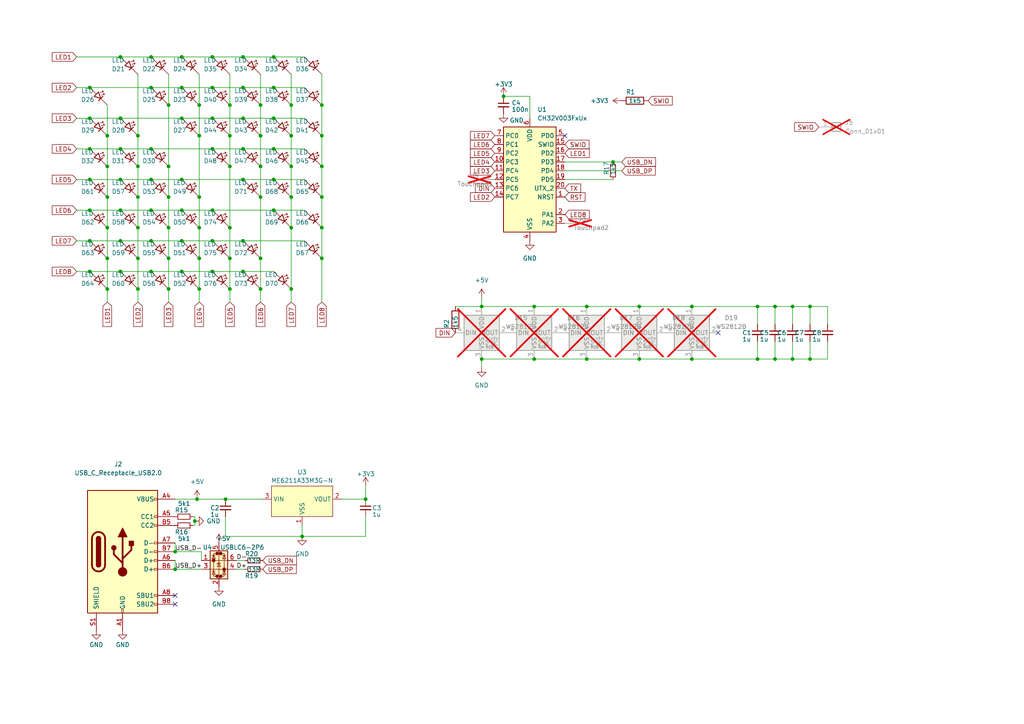
<source format=kicad_sch>
(kicad_sch (version 20231120) (generator "eeschema") (generator_version "8.0")
  (paper "A4")
  (junction (at 185.42 104.14))
  (junction (at 154.94 104.14))
  (junction (at 43.815 43.18))
  (junction (at 40.005 66.04))
  (junction (at 26.035 25.4))
  (junction (at 84.455 83.82))
  (junction (at 66.675 39.37))
  (junction (at 48.895 30.48))
  (junction (at 79.375 60.96))
  (junction (at 84.455 30.48))
  (junction (at 66.675 66.04))
  (junction (at 61.595 16.51))
  (junction (at 52.705 34.29))
  (junction (at 48.895 74.93))
  (junction (at 26.035 43.18))
  (junction (at 66.675 74.93))
  (junction (at 79.375 25.4))
  (junction (at 93.345 48.26))
  (junction (at 56.515 151.13))
  (junction (at 170.18 88.9))
  (junction (at 57.785 57.15))
  (junction (at 106.045 144.78))
  (junction (at 26.035 69.85))
  (junction (at 75.565 57.15))
  (junction (at 31.115 83.82))
  (junction (at 154.94 88.9))
  (junction (at 40.005 48.26))
  (junction (at 61.595 60.96))
  (junction (at 43.815 16.51))
  (junction (at 200.66 104.14))
  (junction (at 79.375 34.29))
  (junction (at 70.485 52.07))
  (junction (at 139.7 88.9))
  (junction (at 43.815 78.74))
  (junction (at 79.375 52.07))
  (junction (at 43.815 25.4))
  (junction (at 70.485 34.29))
  (junction (at 57.785 39.37))
  (junction (at 70.485 16.51))
  (junction (at 200.66 88.9))
  (junction (at 93.345 39.37))
  (junction (at 34.925 69.85))
  (junction (at 224.79 88.9))
  (junction (at 139.7 104.14))
  (junction (at 40.005 39.37))
  (junction (at 34.925 78.74))
  (junction (at 50.8 160.02))
  (junction (at 70.485 69.85))
  (junction (at 70.485 43.18))
  (junction (at 31.115 57.15))
  (junction (at 52.705 78.74))
  (junction (at 34.925 43.18))
  (junction (at 75.565 48.26))
  (junction (at 93.345 57.15))
  (junction (at 75.565 74.93))
  (junction (at 93.345 30.48))
  (junction (at 52.705 60.96))
  (junction (at 219.71 104.14))
  (junction (at 93.345 74.93))
  (junction (at 26.035 60.96))
  (junction (at 48.895 57.15))
  (junction (at 52.705 16.51))
  (junction (at 61.595 69.85))
  (junction (at 34.925 60.96))
  (junction (at 75.565 83.82))
  (junction (at 84.455 57.15))
  (junction (at 52.705 25.4))
  (junction (at 234.95 104.14))
  (junction (at 31.115 74.93))
  (junction (at 52.705 52.07))
  (junction (at 48.895 83.82))
  (junction (at 34.925 34.29))
  (junction (at 40.005 74.93))
  (junction (at 34.925 16.51))
  (junction (at 224.79 104.14))
  (junction (at 61.595 25.4))
  (junction (at 70.485 78.74))
  (junction (at 48.895 66.04))
  (junction (at 84.455 66.04))
  (junction (at 40.005 57.15))
  (junction (at 26.035 78.74))
  (junction (at 57.785 66.04))
  (junction (at 57.785 74.93))
  (junction (at 26.035 34.29))
  (junction (at 66.675 48.26))
  (junction (at 57.785 83.82))
  (junction (at 84.455 48.26))
  (junction (at 79.375 16.51))
  (junction (at 48.895 48.26))
  (junction (at 66.675 83.82))
  (junction (at 31.115 66.04))
  (junction (at 87.63 155.575))
  (junction (at 177.8 46.99))
  (junction (at 40.005 83.82))
  (junction (at 31.115 39.37))
  (junction (at 61.595 78.74))
  (junction (at 43.815 69.85))
  (junction (at 219.71 88.9))
  (junction (at 52.705 69.85))
  (junction (at 57.785 30.48))
  (junction (at 61.595 43.18))
  (junction (at 31.115 48.26))
  (junction (at 65.405 144.78))
  (junction (at 229.87 104.14))
  (junction (at 170.18 104.14))
  (junction (at 50.8 165.1))
  (junction (at 26.035 52.07))
  (junction (at 75.565 30.48))
  (junction (at 43.815 52.07))
  (junction (at 93.345 66.04))
  (junction (at 229.87 88.9))
  (junction (at 66.675 30.48))
  (junction (at 146.05 27.94))
  (junction (at 75.565 39.37))
  (junction (at 84.455 39.37))
  (junction (at 61.595 34.29))
  (junction (at 57.15 144.78))
  (junction (at 234.95 88.9))
  (junction (at 34.925 52.07))
  (junction (at 70.485 25.4))
  (junction (at 185.42 88.9))
  (junction (at 43.815 60.96))
  (junction (at 79.375 43.18))
  (no_connect (at 208.28 96.52))
  (no_connect (at 50.8 175.26))
  (no_connect (at 50.8 172.72))
  (no_connect (at 163.83 39.37))
  (wire (pts (xy 79.375 34.29) (xy 70.485 34.29)))
  (wire (pts (xy 88.265 60.96) (xy 79.375 60.96)))
  (wire (pts (xy 26.035 78.74) (xy 22.225 78.74)))
  (wire (pts (xy 79.375 78.74) (xy 70.485 78.74)))
  (wire (pts (xy 70.485 16.51) (xy 61.595 16.51)))
  (wire (pts (xy 224.79 88.9) (xy 224.79 93.98)))
  (wire (pts (xy 84.455 48.26) (xy 84.455 57.15)))
  (wire (pts (xy 229.87 88.9) (xy 229.87 93.98)))
  (wire (pts (xy 75.565 30.48) (xy 75.565 39.37)))
  (wire (pts (xy 79.375 43.18) (xy 70.485 43.18)))
  (wire (pts (xy 66.675 74.93) (xy 66.675 83.82)))
  (wire (pts (xy 52.705 25.4) (xy 43.815 25.4)))
  (wire (pts (xy 66.675 66.04) (xy 66.675 74.93)))
  (wire (pts (xy 26.035 60.96) (xy 22.225 60.96)))
  (wire (pts (xy 70.485 43.18) (xy 61.595 43.18)))
  (wire (pts (xy 57.15 144.78) (xy 65.405 144.78)))
  (wire (pts (xy 234.95 88.9) (xy 234.95 93.98)))
  (wire (pts (xy 170.18 104.14) (xy 185.42 104.14)))
  (wire (pts (xy 219.71 104.14) (xy 224.79 104.14)))
  (wire (pts (xy 31.115 66.04) (xy 31.115 74.93)))
  (wire (pts (xy 84.455 83.82) (xy 84.455 87.63)))
  (wire (pts (xy 52.705 78.74) (xy 43.815 78.74)))
  (wire (pts (xy 79.375 52.07) (xy 70.485 52.07)))
  (wire (pts (xy 219.71 88.9) (xy 219.71 93.98)))
  (wire (pts (xy 34.925 43.18) (xy 26.035 43.18)))
  (wire (pts (xy 31.115 30.48) (xy 31.115 39.37)))
  (wire (pts (xy 84.455 57.15) (xy 84.455 66.04)))
  (wire (pts (xy 48.895 48.26) (xy 48.895 57.15)))
  (wire (pts (xy 52.705 34.29) (xy 34.925 34.29)))
  (wire (pts (xy 219.71 88.9) (xy 224.79 88.9)))
  (wire (pts (xy 75.565 39.37) (xy 75.565 48.26)))
  (wire (pts (xy 55.88 149.86) (xy 56.515 149.86)))
  (wire (pts (xy 84.455 66.04) (xy 84.455 83.82)))
  (wire (pts (xy 154.94 88.9) (xy 139.7 88.9)))
  (wire (pts (xy 93.345 39.37) (xy 93.345 48.26)))
  (wire (pts (xy 31.115 39.37) (xy 31.115 48.26)))
  (wire (pts (xy 177.8 46.99) (xy 163.83 46.99)))
  (wire (pts (xy 185.42 88.9) (xy 170.18 88.9)))
  (wire (pts (xy 70.485 52.07) (xy 52.705 52.07)))
  (wire (pts (xy 65.405 155.575) (xy 87.63 155.575)))
  (wire (pts (xy 88.265 69.85) (xy 70.485 69.85)))
  (wire (pts (xy 70.485 78.74) (xy 61.595 78.74)))
  (wire (pts (xy 52.705 60.96) (xy 43.815 60.96)))
  (wire (pts (xy 75.565 57.15) (xy 75.565 74.93)))
  (wire (pts (xy 57.785 57.15) (xy 57.785 66.04)))
  (wire (pts (xy 75.565 74.93) (xy 75.565 83.82)))
  (wire (pts (xy 34.925 52.07) (xy 26.035 52.07)))
  (wire (pts (xy 87.63 155.575) (xy 106.045 155.575)))
  (wire (pts (xy 75.565 48.26) (xy 75.565 57.15)))
  (wire (pts (xy 40.005 66.04) (xy 40.005 74.93)))
  (wire (pts (xy 43.815 16.51) (xy 34.925 16.51)))
  (wire (pts (xy 240.03 104.14) (xy 234.95 104.14)))
  (wire (pts (xy 40.005 39.37) (xy 40.005 48.26)))
  (wire (pts (xy 229.87 88.9) (xy 234.95 88.9)))
  (wire (pts (xy 61.595 16.51) (xy 52.705 16.51)))
  (wire (pts (xy 57.785 66.04) (xy 57.785 74.93)))
  (wire (pts (xy 139.7 86.36) (xy 139.7 88.9)))
  (wire (pts (xy 146.05 27.94) (xy 153.67 27.94)))
  (wire (pts (xy 180.34 49.53) (xy 163.83 49.53)))
  (wire (pts (xy 87.63 152.4) (xy 87.63 155.575)))
  (wire (pts (xy 58.42 160.02) (xy 50.8 160.02)))
  (wire (pts (xy 34.925 34.29) (xy 26.035 34.29)))
  (wire (pts (xy 66.675 48.26) (xy 66.675 66.04)))
  (wire (pts (xy 43.815 52.07) (xy 34.925 52.07)))
  (wire (pts (xy 93.345 30.48) (xy 93.345 39.37)))
  (wire (pts (xy 43.815 60.96) (xy 34.925 60.96)))
  (wire (pts (xy 31.115 57.15) (xy 31.115 66.04)))
  (wire (pts (xy 50.8 162.56) (xy 50.8 165.1)))
  (wire (pts (xy 61.595 60.96) (xy 52.705 60.96)))
  (wire (pts (xy 61.595 43.18) (xy 43.815 43.18)))
  (wire (pts (xy 57.785 74.93) (xy 57.785 83.82)))
  (wire (pts (xy 132.08 88.9) (xy 139.7 88.9)))
  (wire (pts (xy 88.265 25.4) (xy 79.375 25.4)))
  (wire (pts (xy 84.455 39.37) (xy 84.455 48.26)))
  (wire (pts (xy 48.895 57.15) (xy 48.895 66.04)))
  (wire (pts (xy 40.005 48.26) (xy 40.005 57.15)))
  (wire (pts (xy 93.345 57.15) (xy 93.345 66.04)))
  (wire (pts (xy 66.675 30.48) (xy 66.675 39.37)))
  (wire (pts (xy 56.515 151.13) (xy 56.515 152.4)))
  (wire (pts (xy 88.265 43.18) (xy 79.375 43.18)))
  (wire (pts (xy 185.42 104.14) (xy 200.66 104.14)))
  (wire (pts (xy 52.705 16.51) (xy 43.815 16.51)))
  (wire (pts (xy 106.045 140.97) (xy 106.045 144.78)))
  (wire (pts (xy 154.94 104.14) (xy 170.18 104.14)))
  (wire (pts (xy 99.06 144.78) (xy 106.045 144.78)))
  (wire (pts (xy 66.675 39.37) (xy 66.675 48.26)))
  (wire (pts (xy 139.7 104.14) (xy 139.7 106.68)))
  (wire (pts (xy 57.785 83.82) (xy 57.785 87.63)))
  (wire (pts (xy 219.71 99.06) (xy 219.71 104.14)))
  (wire (pts (xy 34.925 60.96) (xy 26.035 60.96)))
  (wire (pts (xy 31.115 48.26) (xy 31.115 57.15)))
  (wire (pts (xy 48.895 30.48) (xy 48.895 48.26)))
  (wire (pts (xy 70.485 69.85) (xy 61.595 69.85)))
  (wire (pts (xy 48.895 74.93) (xy 48.895 83.82)))
  (wire (pts (xy 50.8 157.48) (xy 50.8 160.02)))
  (wire (pts (xy 50.8 165.1) (xy 58.42 165.1)))
  (wire (pts (xy 43.815 69.85) (xy 34.925 69.85)))
  (wire (pts (xy 50.8 144.78) (xy 57.15 144.78)))
  (wire (pts (xy 180.34 46.99) (xy 177.8 46.99)))
  (wire (pts (xy 43.815 25.4) (xy 26.035 25.4)))
  (wire (pts (xy 34.925 16.51) (xy 22.225 16.51)))
  (wire (pts (xy 224.79 99.06) (xy 224.79 104.14)))
  (wire (pts (xy 48.895 66.04) (xy 48.895 74.93)))
  (wire (pts (xy 240.03 99.06) (xy 240.03 104.14)))
  (wire (pts (xy 93.345 48.26) (xy 93.345 57.15)))
  (wire (pts (xy 68.58 162.56) (xy 71.12 162.56)))
  (wire (pts (xy 48.895 21.59) (xy 48.895 30.48)))
  (wire (pts (xy 26.035 43.18) (xy 22.225 43.18)))
  (wire (pts (xy 106.045 149.86) (xy 106.045 155.575)))
  (wire (pts (xy 40.005 21.59) (xy 40.005 39.37)))
  (wire (pts (xy 61.595 25.4) (xy 52.705 25.4)))
  (wire (pts (xy 52.705 52.07) (xy 43.815 52.07)))
  (wire (pts (xy 93.345 66.04) (xy 93.345 74.93)))
  (wire (pts (xy 40.005 83.82) (xy 40.005 87.63)))
  (wire (pts (xy 43.815 78.74) (xy 34.925 78.74)))
  (wire (pts (xy 70.485 34.29) (xy 61.595 34.29)))
  (wire (pts (xy 31.115 74.93) (xy 31.115 83.82)))
  (wire (pts (xy 139.7 104.14) (xy 154.94 104.14)))
  (wire (pts (xy 170.18 88.9) (xy 154.94 88.9)))
  (wire (pts (xy 26.035 69.85) (xy 22.225 69.85)))
  (wire (pts (xy 65.405 149.86) (xy 65.405 155.575)))
  (wire (pts (xy 79.375 16.51) (xy 70.485 16.51)))
  (wire (pts (xy 88.265 16.51) (xy 79.375 16.51)))
  (wire (pts (xy 93.345 74.93) (xy 93.345 87.63)))
  (wire (pts (xy 61.595 78.74) (xy 52.705 78.74)))
  (wire (pts (xy 229.87 99.06) (xy 229.87 104.14)))
  (wire (pts (xy 65.405 144.78) (xy 76.2 144.78)))
  (wire (pts (xy 40.005 57.15) (xy 40.005 66.04)))
  (wire (pts (xy 224.79 104.14) (xy 229.87 104.14)))
  (wire (pts (xy 200.66 88.9) (xy 185.42 88.9)))
  (wire (pts (xy 34.925 69.85) (xy 26.035 69.85)))
  (wire (pts (xy 61.595 69.85) (xy 52.705 69.85)))
  (wire (pts (xy 26.035 34.29) (xy 22.225 34.29)))
  (wire (pts (xy 43.815 43.18) (xy 34.925 43.18)))
  (wire (pts (xy 79.375 25.4) (xy 70.485 25.4)))
  (wire (pts (xy 34.925 78.74) (xy 26.035 78.74)))
  (wire (pts (xy 75.565 83.82) (xy 75.565 87.63)))
  (wire (pts (xy 61.595 34.29) (xy 52.705 34.29)))
  (wire (pts (xy 56.515 149.86) (xy 56.515 151.13)))
  (wire (pts (xy 66.675 21.59) (xy 66.675 30.48)))
  (wire (pts (xy 224.79 88.9) (xy 229.87 88.9)))
  (wire (pts (xy 84.455 30.48) (xy 84.455 39.37)))
  (wire (pts (xy 84.455 21.59) (xy 84.455 30.48)))
  (wire (pts (xy 153.67 34.29) (xy 153.67 27.94)))
  (wire (pts (xy 71.12 165.1) (xy 68.58 165.1)))
  (wire (pts (xy 40.005 74.93) (xy 40.005 83.82)))
  (wire (pts (xy 240.03 88.9) (xy 240.03 93.98)))
  (wire (pts (xy 200.66 88.9) (xy 219.71 88.9)))
  (wire (pts (xy 93.345 21.59) (xy 93.345 30.48)))
  (wire (pts (xy 88.265 52.07) (xy 79.375 52.07)))
  (wire (pts (xy 57.785 21.59) (xy 57.785 30.48)))
  (wire (pts (xy 26.035 25.4) (xy 22.225 25.4)))
  (wire (pts (xy 88.265 34.29) (xy 79.375 34.29)))
  (wire (pts (xy 229.87 104.14) (xy 234.95 104.14)))
  (wire (pts (xy 31.115 83.82) (xy 31.115 87.63)))
  (wire (pts (xy 234.95 88.9) (xy 240.03 88.9)))
  (wire (pts (xy 66.675 83.82) (xy 66.675 87.63)))
  (wire (pts (xy 58.42 162.56) (xy 58.42 160.02)))
  (wire (pts (xy 57.785 30.48) (xy 57.785 39.37)))
  (wire (pts (xy 70.485 25.4) (xy 61.595 25.4)))
  (wire (pts (xy 26.035 52.07) (xy 22.225 52.07)))
  (wire (pts (xy 48.895 83.82) (xy 48.895 87.63)))
  (wire (pts (xy 75.565 21.59) (xy 75.565 30.48)))
  (wire (pts (xy 56.515 152.4) (xy 55.88 152.4)))
  (wire (pts (xy 57.785 39.37) (xy 57.785 57.15)))
  (wire (pts (xy 200.66 104.14) (xy 219.71 104.14)))
  (wire (pts (xy 234.95 99.06) (xy 234.95 104.14)))
  (wire (pts (xy 52.705 69.85) (xy 43.815 69.85)))
  (wire (pts (xy 163.83 52.07) (xy 177.8 52.07)))
  (wire (pts (xy 79.375 60.96) (xy 61.595 60.96)))
  (label "USB_D+" (at 50.8 165.1 0))
  (label "D-" (at 68.58 162.56 0))
  (label "USB_D-" (at 50.8 160.02 0))
  (label "D+" (at 68.58 165.1 0))
  (global_label "SWIO" (shape input) (at 237.49 36.83 180) (property "Intersheetrefs" "${INTERSHEET_REFS}" (effects (hide yes))))
  (global_label "LED4" (shape input) (at 57.785 87.63 270) (property "Intersheetrefs" "${INTERSHEET_REFS}" (effects (hide yes))))
  (global_label "LED1" (shape input) (at 22.225 16.51 180) (property "Intersheetrefs" "${INTERSHEET_REFS}" (effects (hide yes))))
  (global_label "LED8" (shape input) (at 22.225 78.74 180) (property "Intersheetrefs" "${INTERSHEET_REFS}" (effects (hide yes))))
  (global_label "LED5" (shape input) (at 66.675 87.63 270) (property "Intersheetrefs" "${INTERSHEET_REFS}" (effects (hide yes))))
  (global_label "LED7" (shape input) (at 22.225 69.85 180) (property "Intersheetrefs" "${INTERSHEET_REFS}" (effects (hide yes))))
  (global_label "SWIO" (shape input) (at 187.96 29.21 0) (property "Intersheetrefs" "${INTERSHEET_REFS}" (effects (hide yes))))
  (global_label "LED8" (shape input) (at 163.83 62.23 0) (property "Intersheetrefs" "${INTERSHEET_REFS}" (effects (hide yes))))
  (global_label "USB_DP" (shape input) (at 76.2 165.1 0) (property "Intersheetrefs" "${INTERSHEET_REFS}" (effects (hide yes))))
  (global_label "LED2" (shape input) (at 40.005 87.63 270) (property "Intersheetrefs" "${INTERSHEET_REFS}" (effects (hide yes))))
  (global_label "DIN" (shape input) (at 132.08 96.52 180) (property "Intersheetrefs" "${INTERSHEET_REFS}" (effects (hide yes))))
  (global_label "LED8" (shape input) (at 93.345 87.63 270) (property "Intersheetrefs" "${INTERSHEET_REFS}" (effects (hide yes))))
  (global_label "LED4" (shape input) (at 22.225 43.18 180) (property "Intersheetrefs" "${INTERSHEET_REFS}" (effects (hide yes))))
  (global_label "LED3" (shape input) (at 143.51 49.53 180) (property "Intersheetrefs" "${INTERSHEET_REFS}" (effects (hide yes))))
  (global_label "USB_DP" (shape input) (at 180.34 49.53 0) (property "Intersheetrefs" "${INTERSHEET_REFS}" (effects (hide yes))))
  (global_label "LED2" (shape input) (at 143.51 57.15 180) (property "Intersheetrefs" "${INTERSHEET_REFS}" (effects (hide yes))))
  (global_label "LED5" (shape input) (at 143.51 44.45 180) (property "Intersheetrefs" "${INTERSHEET_REFS}" (effects (hide yes))))
  (global_label "LED6" (shape input) (at 143.51 41.91 180) (property "Intersheetrefs" "${INTERSHEET_REFS}" (effects (hide yes))))
  (global_label "DIN" (shape input) (at 143.51 54.61 180) (property "Intersheetrefs" "${INTERSHEET_REFS}" (effects (hide yes))))
  (global_label "LED6" (shape input) (at 22.225 60.96 180) (property "Intersheetrefs" "${INTERSHEET_REFS}" (effects (hide yes))))
  (global_label "LED2" (shape input) (at 22.225 25.4 180) (property "Intersheetrefs" "${INTERSHEET_REFS}" (effects (hide yes))))
  (global_label "LED1" (shape input) (at 31.115 87.63 270) (property "Intersheetrefs" "${INTERSHEET_REFS}" (effects (hide yes))))
  (global_label "LED1" (shape input) (at 163.83 44.45 0) (property "Intersheetrefs" "${INTERSHEET_REFS}" (effects (hide yes))))
  (global_label "SWIO" (shape input) (at 163.83 41.91 0) (property "Intersheetrefs" "${INTERSHEET_REFS}" (effects (hide yes))))
  (global_label "LED3" (shape input) (at 48.895 87.63 270) (property "Intersheetrefs" "${INTERSHEET_REFS}" (effects (hide yes))))
  (global_label "LED5" (shape input) (at 22.225 52.07 180) (property "Intersheetrefs" "${INTERSHEET_REFS}" (effects (hide yes))))
  (global_label "USB_DN" (shape input) (at 180.34 46.99 0) (property "Intersheetrefs" "${INTERSHEET_REFS}" (effects (hide yes))))
  (global_label "LED6" (shape input) (at 75.565 87.63 270) (property "Intersheetrefs" "${INTERSHEET_REFS}" (effects (hide yes))))
  (global_label "LED4" (shape input) (at 143.51 46.99 180) (property "Intersheetrefs" "${INTERSHEET_REFS}" (effects (hide yes))))
  (global_label "USB_DN" (shape input) (at 76.2 162.56 0) (property "Intersheetrefs" "${INTERSHEET_REFS}" (effects (hide yes))))
  (global_label "TX" (shape input) (at 163.83 54.61 0) (property "Intersheetrefs" "${INTERSHEET_REFS}" (effects (hide yes))))
  (global_label "LED3" (shape input) (at 22.225 34.29 180) (property "Intersheetrefs" "${INTERSHEET_REFS}" (effects (hide yes))))
  (global_label "LED7" (shape input) (at 84.455 87.63 270) (property "Intersheetrefs" "${INTERSHEET_REFS}" (effects (hide yes))))
  (global_label "LED7" (shape input) (at 143.51 39.37 180) (property "Intersheetrefs" "${INTERSHEET_REFS}" (effects (hide yes))))
  (global_label "RST" (shape input) (at 163.83 57.15 0) (property "Intersheetrefs" "${INTERSHEET_REFS}" (effects (hide yes))))
  (symbol (lib_id "Connector_Generic:Conn_01x01") (at 242.57 36.83 0) (unit 1) (in_bom no) (on_board no) (dnp yes)
    (property "Reference" "J5" (at 245.11 35.5599 0) (effects (justify left)))
    (property "Value" "Conn_01x01" (at 245.11 38.0999 0) (effects (justify left)))
    (property "Footprint" "usbc:pogo_pin_conn_01x01" (effects (hide yes)))
    (property "Description" "Generic connector, single row, 01x01, script generated (kicad-library-utils/schlib/autogen/connector/)" (effects (hide yes)))
  )
  (symbol (lib_id "Device:LED_45deg") (at 28.575 27.94 90) (mirror x) (unit 1)
    (property "Reference" "D26" (at 23.495 28.8926 90) (effects (justify right)))
    (property "Value" "LED" (at 23.495 26.3526 90) (effects (justify right)))
    (property "Footprint" "usbc:LED_0603_1608Metric_Pad1.05x0.95mm_HandSolder" (effects (hide yes)))
    (property "Description" "Light emitting diode, rotated by 45°" (effects (hide yes)))
    (property "LCSC" "C497938" (effects (hide yes)))
  )
  (symbol (lib_id "Device:LED_45deg") (at 37.465 81.28 90) (mirror x) (unit 1)
    (property "Reference" "D60" (at 32.385 82.2326 90) (effects (justify right)))
    (property "Value" "LED" (at 32.385 79.6926 90) (effects (justify right)))
    (property "Footprint" "usbc:LED_0603_1608Metric_Pad1.05x0.95mm_HandSolder" (effects (hide yes)))
    (property "Description" "Light emitting diode, rotated by 45°" (effects (hide yes)))
    (property "LCSC" "C497938" (effects (hide yes)))
  )
  (symbol (lib_id "Device:LED_45deg") (at 46.355 45.72 90) (mirror x) (unit 1)
    (property "Reference" "D30" (at 41.275 46.6726 90) (effects (justify right)))
    (property "Value" "LED" (at 41.275 44.1326 90) (effects (justify right)))
    (property "Footprint" "usbc:LED_0603_1608Metric_Pad1.05x0.95mm_HandSolder" (effects (hide yes)))
    (property "Description" "Light emitting diode, rotated by 45°" (effects (hide yes)))
    (property "LCSC" "C497938" (effects (hide yes)))
  )
  (symbol (lib_id "Device:LED_45deg") (at 55.245 19.05 90) (mirror x) (unit 1)
    (property "Reference" "D24" (at 50.165 20.0026 90) (effects (justify right)))
    (property "Value" "LED" (at 50.165 17.4626 90) (effects (justify right)))
    (property "Footprint" "usbc:LED_0603_1608Metric_Pad1.05x0.95mm_HandSolder" (effects (hide yes)))
    (property "Description" "Light emitting diode, rotated by 45°" (effects (hide yes)))
    (property "LCSC" "C497938" (effects (hide yes)))
  )
  (symbol (lib_id "Device:R_Small") (at 53.34 149.86 90) (unit 1)
    (property "Reference" "R15" (at 54.61 147.955 90) (effects (justify left)))
    (property "Value" "5k1" (at 55.245 146.05 90) (effects (justify left)))
    (property "Footprint" "Resistor_SMD:R_0402_1005Metric" (effects (hide yes)))
    (property "LCSC" "C25905" (effects (hide yes)))
  )
  (symbol (lib_id "Device:LED_45deg") (at 90.805 27.94 90) (mirror x) (unit 1)
    (property "Reference" "D37" (at 85.725 28.8926 90) (effects (justify right)))
    (property "Value" "LED" (at 85.725 26.3526 90) (effects (justify right)))
    (property "Footprint" "usbc:LED_0603_1608Metric_Pad1.05x0.95mm_HandSolder" (effects (hide yes)))
    (property "Description" "Light emitting diode, rotated by 45°" (effects (hide yes)))
    (property "LCSC" "C497938" (effects (hide yes)))
  )
  (symbol (lib_id "Device:R_Small") (at 73.66 165.1 90) (unit 1)
    (property "Reference" "R19" (at 74.93 167.005 90) (effects (justify left)))
    (property "Value" "33R" (at 75.565 165.1 90) (effects (justify left)))
    (property "Footprint" "Resistor_SMD:R_0402_1005Metric" (effects (hide yes)))
    (property "LCSC" "C25105" (effects (hide yes)))
  )
  (symbol (lib_id "power:+5V") (at 139.7 86.36 0) (unit 1)
    (property "Reference" "#PWR03" (effects (hide yes)))
    (property "Value" "+5V" (at 139.7 81.28 0))
  )
  (symbol (lib_id "Device:LED_45deg") (at 37.465 72.39 90) (mirror x) (unit 1)
    (property "Reference" "D59" (at 32.385 73.3426 90) (effects (justify right)))
    (property "Value" "LED" (at 32.385 70.8026 90) (effects (justify right)))
    (property "Footprint" "usbc:LED_0603_1608Metric_Pad1.05x0.95mm_HandSolder" (effects (hide yes)))
    (property "Description" "Light emitting diode, rotated by 45°" (effects (hide yes)))
    (property "LCSC" "C497938" (effects (hide yes)))
  )
  (symbol (lib_id "Device:R_Small") (at 53.34 152.4 90) (unit 1)
    (property "Reference" "R16" (at 54.61 154.305 90) (effects (justify left)))
    (property "Value" "5k1" (at 55.245 156.21 90) (effects (justify left)))
    (property "Footprint" "Resistor_SMD:R_0402_1005Metric" (effects (hide yes)))
    (property "LCSC" "C25905" (effects (hide yes)))
  )
  (symbol (lib_id "Device:LED_45deg") (at 73.025 27.94 90) (mirror x) (unit 1)
    (property "Reference" "D39" (at 67.945 28.8926 90) (effects (justify right)))
    (property "Value" "LED" (at 67.945 26.3526 90) (effects (justify right)))
    (property "Footprint" "usbc:LED_0603_1608Metric_Pad1.05x0.95mm_HandSolder" (effects (hide yes)))
    (property "Description" "Light emitting diode, rotated by 45°" (effects (hide yes)))
    (property "LCSC" "C497938" (effects (hide yes)))
  )
  (symbol (lib_id "Device:LED_45deg") (at 55.245 63.5 90) (mirror x) (unit 1)
    (property "Reference" "D50" (at 50.165 64.4526 90) (effects (justify right)))
    (property "Value" "LED" (at 50.165 61.9126 90) (effects (justify right)))
    (property "Footprint" "usbc:LED_0603_1608Metric_Pad1.05x0.95mm_HandSolder" (effects (hide yes)))
    (property "Description" "Light emitting diode, rotated by 45°" (effects (hide yes)))
    (property "LCSC" "C497938" (effects (hide yes)))
  )
  (symbol (lib_id "Device:C_Small") (at 106.045 147.32 0) (unit 1)
    (property "Reference" "C3" (at 107.95 147.32 0) (effects (justify left)))
    (property "Value" "1u" (at 107.95 149.225 0) (effects (justify left)))
    (property "Footprint" "Capacitor_SMD:C_0402_1005Metric" (effects (hide yes)))
    (property "LCSC" "C52923" (effects (hide yes)))
  )
  (symbol (lib_id "Device:LED_45deg") (at 64.135 45.72 90) (mirror x) (unit 1)
    (property "Reference" "D48" (at 59.055 46.6726 90) (effects (justify right)))
    (property "Value" "LED" (at 59.055 44.1326 90) (effects (justify right)))
    (property "Footprint" "usbc:LED_0603_1608Metric_Pad1.05x0.95mm_HandSolder" (effects (hide yes)))
    (property "Description" "Light emitting diode, rotated by 45°" (effects (hide yes)))
    (property "LCSC" "C497938" (effects (hide yes)))
  )
  (symbol (lib_id "Connector:Conn_01x01_Pin") (at 138.43 52.07 0) (mirror x) (unit 1) (in_bom no) (dnp yes)
    (property "Reference" "J4" (at 137.795 50.8 0))
    (property "Value" "Touchpad1" (at 137.795 53.34 0))
    (property "Footprint" "usbc:touch_pad" (effects (hide yes)))
  )
  (symbol (lib_id "Device:LED_45deg") (at 64.135 81.28 90) (mirror x) (unit 1)
    (property "Reference" "D76" (at 59.055 82.2326 90) (effects (justify right)))
    (property "Value" "LED" (at 59.055 79.6926 90) (effects (justify right)))
    (property "Footprint" "usbc:LED_0603_1608Metric_Pad1.05x0.95mm_HandSolder" (effects (hide yes)))
    (property "Description" "Light emitting diode, rotated by 45°" (effects (hide yes)))
    (property "LCSC" "C497938" (effects (hide yes)))
  )
  (symbol (lib_id "Device:LED_45deg") (at 46.355 63.5 90) (mirror x) (unit 1)
    (property "Reference" "D54" (at 41.275 64.4526 90) (effects (justify right)))
    (property "Value" "LED" (at 41.275 61.9126 90) (effects (justify right)))
    (property "Footprint" "usbc:LED_0603_1608Metric_Pad1.05x0.95mm_HandSolder" (effects (hide yes)))
    (property "Description" "Light emitting diode, rotated by 45°" (effects (hide yes)))
    (property "LCSC" "C497938" (effects (hide yes)))
  )
  (symbol (lib_id "Device:LED_45deg") (at 81.915 19.05 90) (mirror x) (unit 1)
    (property "Reference" "D33" (at 76.835 20.0026 90) (effects (justify right)))
    (property "Value" "LED" (at 76.835 17.4626 90) (effects (justify right)))
    (property "Footprint" "usbc:LED_0603_1608Metric_Pad1.05x0.95mm_HandSolder" (effects (hide yes)))
    (property "Description" "Light emitting diode, rotated by 45°" (effects (hide yes)))
    (property "LCSC" "C497938" (effects (hide yes)))
  )
  (symbol (lib_id "WCH:ME6211A33M3G-N") (at 87.63 138.43 0) (unit 1)
    (property "Reference" "U3" (at 87.63 136.9527 0))
    (property "Value" "ME6211A33M3G-N" (at 87.63 139.3769 0))
    (property "Footprint" "Package_TO_SOT_SMD:SOT-23-3" (effects (hide yes)))
    (property "LCSC" "C168807" (effects (hide yes)))
  )
  (symbol (lib_id "Device:R") (at 132.08 92.71 0) (unit 1)
    (property "Reference" "R2" (at 129.54 95.2499 90) (effects (justify left)))
    (property "Value" "1k5" (at 132.08 95.2499 90) (effects (justify left)))
    (property "Footprint" "Resistor_SMD:R_0402_1005Metric" (effects (hide yes)))
    (property "Description" "Resistor" (effects (hide yes)))
    (property "LCSC" "C25867 " (effects (hide yes)))
  )
  (symbol (lib_id "power:GND") (at 139.7 106.68 0) (unit 1)
    (property "Reference" "#PWR04" (effects (hide yes)))
    (property "Value" "GND" (at 139.7 111.76 0))
  )
  (symbol (lib_id "Device:C_Small") (at 65.405 147.32 0) (unit 1)
    (property "Reference" "C2" (at 60.96 147.32 0) (effects (justify left)))
    (property "Value" "1u" (at 60.96 149.225 0) (effects (justify left)))
    (property "Footprint" "Capacitor_SMD:C_0402_1005Metric" (effects (hide yes)))
    (property "LCSC" "C52923" (effects (hide yes)))
  )
  (symbol (lib_id "Device:LED_45deg") (at 81.915 27.94 90) (mirror x) (unit 1)
    (property "Reference" "D38" (at 76.835 28.8926 90) (effects (justify right)))
    (property "Value" "LED" (at 76.835 26.3526 90) (effects (justify right)))
    (property "Footprint" "usbc:LED_0603_1608Metric_Pad1.05x0.95mm_HandSolder" (effects (hide yes)))
    (property "Description" "Light emitting diode, rotated by 45°" (effects (hide yes)))
    (property "LCSC" "C497938" (effects (hide yes)))
  )
  (symbol (lib_id "Device:LED_45deg") (at 46.355 81.28 90) (mirror x) (unit 1)
    (property "Reference" "D56" (at 41.275 82.2326 90) (effects (justify right)))
    (property "Value" "LED" (at 41.275 79.6926 90) (effects (justify right)))
    (property "Footprint" "usbc:LED_0603_1608Metric_Pad1.05x0.95mm_HandSolder" (effects (hide yes)))
    (property "Description" "Light emitting diode, rotated by 45°" (effects (hide yes)))
    (property "LCSC" "C497938" (effects (hide yes)))
  )
  (symbol (lib_id "Device:LED_45deg") (at 73.025 54.61 90) (mirror x) (unit 1)
    (property "Reference" "D71" (at 67.945 55.5626 90) (effects (justify right)))
    (property "Value" "LED" (at 67.945 53.0226 90) (effects (justify right)))
    (property "Footprint" "usbc:LED_0603_1608Metric_Pad1.05x0.95mm_HandSolder" (effects (hide yes)))
    (property "Description" "Light emitting diode, rotated by 45°" (effects (hide yes)))
    (property "LCSC" "C497938" (effects (hide yes)))
  )
  (symbol (lib_id "Device:LED_45deg") (at 28.575 72.39 90) (mirror x) (unit 1)
    (property "Reference" "D63" (at 23.495 73.3426 90) (effects (justify right)))
    (property "Value" "LED" (at 23.495 70.8026 90) (effects (justify right)))
    (property "Footprint" "usbc:LED_0603_1608Metric_Pad1.05x0.95mm_HandSolder" (effects (hide yes)))
    (property "Description" "Light emitting diode, rotated by 45°" (effects (hide yes)))
    (property "LCSC" "C497938" (effects (hide yes)))
  )
  (symbol (lib_id "Device:R_Small") (at 73.66 162.56 90) (unit 1)
    (property "Reference" "R20" (at 74.93 160.655 90) (effects (justify left)))
    (property "Value" "33R" (at 75.565 162.56 90) (effects (justify left)))
    (property "Footprint" "Resistor_SMD:R_0402_1005Metric" (effects (hide yes)))
    (property "LCSC" "C25105" (effects (hide yes)))
  )
  (symbol (lib_id "LED:WS2812B") (at 185.42 96.52 0) (unit 1) (dnp yes)
    (property "Reference" "D18" (at 196.85 92.1893 0))
    (property "Value" "WS2812B" (at 196.85 94.7293 0))
    (property "Footprint" "LED_SMD:LED_WS2812B_PLCC4_5.0x5.0mm_P3.2mm" (effects (hide yes)))
    (property "Datasheet" "https://cdn-shop.adafruit.com/datasheets/WS2812B.pdf" (effects (hide yes)))
    (property "LCSC" "C965555" (effects (hide yes)))
  )
  (symbol (lib_id "Device:LED_45deg") (at 73.025 19.05 90) (mirror x) (unit 1)
    (property "Reference" "D34" (at 67.945 20.0026 90) (effects (justify right)))
    (property "Value" "LED" (at 67.945 17.4626 90) (effects (justify right)))
    (property "Footprint" "usbc:LED_0603_1608Metric_Pad1.05x0.95mm_HandSolder" (effects (hide yes)))
    (property "Description" "Light emitting diode, rotated by 45°" (effects (hide yes)))
    (property "LCSC" "C497938" (effects (hide yes)))
  )
  (symbol (lib_id "Device:LED_45deg") (at 81.915 63.5 90) (mirror x) (unit 1)
    (property "Reference" "D69" (at 76.835 64.4526 90) (effects (justify right)))
    (property "Value" "LED" (at 76.835 61.9126 90) (effects (justify right)))
    (property "Footprint" "usbc:LED_0603_1608Metric_Pad1.05x0.95mm_HandSolder" (effects (hide yes)))
    (property "Description" "Light emitting diode, rotated by 45°" (effects (hide yes)))
    (property "LCSC" "C497938" (effects (hide yes)))
  )
  (symbol (lib_id "LED:WS2812B") (at 154.94 96.52 0) (unit 1) (dnp yes)
    (property "Reference" "D16" (at 166.37 92.1893 0))
    (property "Value" "WS2812B" (at 166.37 94.7293 0))
    (property "Footprint" "LED_SMD:LED_WS2812B_PLCC4_5.0x5.0mm_P3.2mm" (effects (hide yes)))
    (property "Datasheet" "https://cdn-shop.adafruit.com/datasheets/WS2812B.pdf" (effects (hide yes)))
    (property "LCSC" "C965555" (effects (hide yes)))
  )
  (symbol (lib_id "power:+5V") (at 63.5 157.48 0) (unit 1)
    (property "Reference" "#PWR013" (effects (hide yes)))
    (property "Value" "+5V" (at 64.77 156.21 0))
  )
  (symbol (lib_id "power:GND") (at 35.56 182.88 0) (unit 1)
    (property "Reference" "#PWR06" (effects (hide yes)))
    (property "Value" "GND" (at 35.56 187.0155 0))
  )
  (symbol (lib_id "Device:LED_45deg") (at 46.355 54.61 90) (mirror x) (unit 1)
    (property "Reference" "D53" (at 41.275 55.5626 90) (effects (justify right)))
    (property "Value" "LED" (at 41.275 53.0226 90) (effects (justify right)))
    (property "Footprint" "usbc:LED_0603_1608Metric_Pad1.05x0.95mm_HandSolder" (effects (hide yes)))
    (property "Description" "Light emitting diode, rotated by 45°" (effects (hide yes)))
    (property "LCSC" "C497938" (effects (hide yes)))
  )
  (symbol (lib_id "Device:LED_45deg") (at 73.025 36.83 90) (mirror x) (unit 1)
    (property "Reference" "D43" (at 67.945 37.7826 90) (effects (justify right)))
    (property "Value" "LED" (at 67.945 35.2426 90) (effects (justify right)))
    (property "Footprint" "usbc:LED_0603_1608Metric_Pad1.05x0.95mm_HandSolder" (effects (hide yes)))
    (property "Description" "Light emitting diode, rotated by 45°" (effects (hide yes)))
    (property "LCSC" "C497938" (effects (hide yes)))
  )
  (symbol (lib_id "Device:LED_45deg") (at 90.805 54.61 90) (mirror x) (unit 1)
    (property "Reference" "D65" (at 85.725 55.5626 90) (effects (justify right)))
    (property "Value" "LED" (at 85.725 53.0226 90) (effects (justify right)))
    (property "Footprint" "usbc:LED_0603_1608Metric_Pad1.05x0.95mm_HandSolder" (effects (hide yes)))
    (property "Description" "Light emitting diode, rotated by 45°" (effects (hide yes)))
    (property "LCSC" "C497938" (effects (hide yes)))
  )
  (symbol (lib_id "LED:WS2812B") (at 139.7 96.52 0) (unit 1) (dnp yes)
    (property "Reference" "D15" (at 151.13 92.1893 0))
    (property "Value" "WS2812B" (at 151.13 94.7293 0))
    (property "Footprint" "LED_SMD:LED_WS2812B_PLCC4_5.0x5.0mm_P3.2mm" (effects (hide yes)))
    (property "Datasheet" "https://cdn-shop.adafruit.com/datasheets/WS2812B.pdf" (effects (hide yes)))
    (property "LCSC" "C965555" (effects (hide yes)))
  )
  (symbol (lib_name "USBLC6-2P6_1") (lib_id "Power_Protection:USBLC6-2P6") (at 63.5 162.56 0) (unit 1)
    (property "Reference" "U4" (at 58.8011 158.75 0) (effects (justify left)))
    (property "Value" "USBLC6-2P6" (at 63.8811 158.75 0) (effects (justify left)))
    (property "Footprint" "Package_TO_SOT_SMD:SOT-666" (effects (hide yes)))
    (property "Datasheet" "https://www.st.com/resource/en/datasheet/usblc6-2.pdf" (effects (hide yes)))
    (property "Description" "Very low capacitance ESD protection diode, 2 data-line, SOT-666" (effects (hide yes)))
    (property "LCSC" "C2827693" (effects (hide yes)))
  )
  (symbol (lib_id "Connector:USB_C_Receptacle_USB2.0") (at 35.56 160.02 0) (unit 1)
    (property "Reference" "J2" (at 34.29 134.62 0))
    (property "Value" "USB_C_Receptacle_USB2.0" (at 34.29 137.16 0))
    (property "Footprint" "usbc:TYPE C 16 PIN MIDDLE MOUNT CH 0.52" (effects (hide yes)))
    (property "Datasheet" "https://www.usb.org/sites/default/files/documents/usb_type-c.zip" (effects (hide yes)))
    (property "LCSC" "C2927036" (effects (hide yes)))
  )
  (symbol (lib_id "Device:LED_45deg") (at 37.465 19.05 90) (mirror x) (unit 1)
    (property "Reference" "D21" (at 32.385 20.0026 90) (effects (justify right)))
    (property "Value" "LED" (at 32.385 17.4626 90) (effects (justify right)))
    (property "Footprint" "usbc:LED_0603_1608Metric_Pad1.05x0.95mm_HandSolder" (effects (hide yes)))
    (property "Description" "Light emitting diode, rotated by 45°" (effects (hide yes)))
    (property "LCSC" "C497938" (effects (hide yes)))
  )
  (symbol (lib_id "Device:LED_45deg") (at 64.135 27.94 90) (mirror x) (unit 1)
    (property "Reference" "D40" (at 59.055 28.8926 90) (effects (justify right)))
    (property "Value" "LED" (at 59.055 26.3526 90) (effects (justify right)))
    (property "Footprint" "usbc:LED_0603_1608Metric_Pad1.05x0.95mm_HandSolder" (effects (hide yes)))
    (property "Description" "Light emitting diode, rotated by 45°" (effects (hide yes)))
    (property "LCSC" "C497938" (effects (hide yes)))
  )
  (symbol (lib_id "Device:LED_45deg") (at 64.135 36.83 90) (mirror x) (unit 1)
    (property "Reference" "D44" (at 59.055 37.7826 90) (effects (justify right)))
    (property "Value" "LED" (at 59.055 35.2426 90) (effects (justify right)))
    (property "Footprint" "usbc:LED_0603_1608Metric_Pad1.05x0.95mm_HandSolder" (effects (hide yes)))
    (property "Description" "Light emitting diode, rotated by 45°" (effects (hide yes)))
    (property "LCSC" "C497938" (effects (hide yes)))
  )
  (symbol (lib_id "Device:LED_45deg") (at 37.465 45.72 90) (mirror x) (unit 1)
    (property "Reference" "D31" (at 32.385 46.6726 90) (effects (justify right)))
    (property "Value" "LED" (at 32.385 44.1326 90) (effects (justify right)))
    (property "Footprint" "usbc:LED_0603_1608Metric_Pad1.05x0.95mm_HandSolder" (effects (hide yes)))
    (property "Description" "Light emitting diode, rotated by 45°" (effects (hide yes)))
    (property "LCSC" "C497938" (effects (hide yes)))
  )
  (symbol (lib_id "power:GND") (at 27.94 182.88 0) (unit 1)
    (property "Reference" "#PWR05" (effects (hide yes)))
    (property "Value" "GND" (at 27.94 187.0155 0))
  )
  (symbol (lib_id "Device:LED_45deg") (at 28.575 54.61 90) (mirror x) (unit 1)
    (property "Reference" "D61" (at 23.495 55.5626 90) (effects (justify right)))
    (property "Value" "LED" (at 23.495 53.0226 90) (effects (justify right)))
    (property "Footprint" "usbc:LED_0603_1608Metric_Pad1.05x0.95mm_HandSolder" (effects (hide yes)))
    (property "Description" "Light emitting diode, rotated by 45°" (effects (hide yes)))
    (property "LCSC" "C497938" (effects (hide yes)))
  )
  (symbol (lib_id "Connector:Conn_01x01_Pin") (at 168.91 64.77 180) (unit 1) (in_bom no) (dnp yes)
    (property "Reference" "J3" (at 168.91 63.5 0))
    (property "Value" "Touchpad2" (at 171.45 66.04 0))
    (property "Footprint" "usbc:touch_pad" (effects (hide yes)))
  )
  (symbol (lib_id "power:GND") (at 63.5 170.18 0) (unit 1)
    (property "Reference" "#PWR014" (effects (hide yes)))
    (property "Value" "GND" (at 63.5 175.26 0))
  )
  (symbol (lib_id "Device:LED_45deg") (at 55.245 36.83 90) (mirror x) (unit 1)
    (property "Reference" "D27" (at 50.165 37.7826 90) (effects (justify right)))
    (property "Value" "LED" (at 50.165 35.2426 90) (effects (justify right)))
    (property "Footprint" "usbc:LED_0603_1608Metric_Pad1.05x0.95mm_HandSolder" (effects (hide yes)))
    (property "Description" "Light emitting diode, rotated by 45°" (effects (hide yes)))
    (property "LCSC" "C497938" (effects (hide yes)))
  )
  (symbol (lib_id "Device:LED_45deg") (at 81.915 45.72 90) (mirror x) (unit 1)
    (property "Reference" "D46" (at 76.835 46.6726 90) (effects (justify right)))
    (property "Value" "LED" (at 76.835 44.1326 90) (effects (justify right)))
    (property "Footprint" "usbc:LED_0603_1608Metric_Pad1.05x0.95mm_HandSolder" (effects (hide yes)))
    (property "Description" "Light emitting diode, rotated by 45°" (effects (hide yes)))
    (property "LCSC" "C497938" (effects (hide yes)))
  )
  (symbol (lib_id "Device:LED_45deg") (at 28.575 45.72 90) (mirror x) (unit 1)
    (property "Reference" "D32" (at 23.495 46.6726 90) (effects (justify right)))
    (property "Value" "LED" (at 23.495 44.1326 90) (effects (justify right)))
    (property "Footprint" "usbc:LED_0603_1608Metric_Pad1.05x0.95mm_HandSolder" (effects (hide yes)))
    (property "Description" "Light emitting diode, rotated by 45°" (effects (hide yes)))
    (property "LCSC" "C497938" (effects (hide yes)))
  )
  (symbol (lib_id "Device:LED_45deg") (at 73.025 81.28 90) (mirror x) (unit 1)
    (property "Reference" "D73" (at 67.945 82.2326 90) (effects (justify right)))
    (property "Value" "LED" (at 67.945 79.6926 90) (effects (justify right)))
    (property "Footprint" "usbc:LED_0603_1608Metric_Pad1.05x0.95mm_HandSolder" (effects (hide yes)))
    (property "Description" "Light emitting diode, rotated by 45°" (effects (hide yes)))
    (property "LCSC" "C497938" (effects (hide yes)))
  )
  (symbol (lib_id "Device:LED_45deg") (at 81.915 54.61 90) (mirror x) (unit 1)
    (property "Reference" "D68" (at 76.835 55.5626 90) (effects (justify right)))
    (property "Value" "LED" (at 76.835 53.0226 90) (effects (justify right)))
    (property "Footprint" "usbc:LED_0603_1608Metric_Pad1.05x0.95mm_HandSolder" (effects (hide yes)))
    (property "Description" "Light emitting diode, rotated by 45°" (effects (hide yes)))
    (property "LCSC" "C497938" (effects (hide yes)))
  )
  (symbol (lib_id "Device:LED_45deg") (at 90.805 19.05 90) (mirror x) (unit 1)
    (property "Reference" "D36" (at 85.725 20.0026 90) (effects (justify right)))
    (property "Value" "LED" (at 85.725 17.4626 90) (effects (justify right)))
    (property "Footprint" "usbc:LED_0603_1608Metric_Pad1.05x0.95mm_HandSolder" (effects (hide yes)))
    (property "Description" "Light emitting diode, rotated by 45°" (effects (hide yes)))
    (property "LCSC" "C497938" (effects (hide yes)))
  )
  (symbol (lib_id "Device:C_Small") (at 224.79 96.52 0) (unit 1)
    (property "Reference" "C5" (at 220.345 96.52 0) (effects (justify left)))
    (property "Value" "1u" (at 220.345 98.425 0) (effects (justify left)))
    (property "Footprint" "Capacitor_SMD:C_0402_1005Metric" (effects (hide yes)))
    (property "LCSC" "C52923" (effects (hide yes)))
  )
  (symbol (lib_id "Device:C_Small") (at 229.87 96.52 0) (unit 1)
    (property "Reference" "C6" (at 225.425 96.52 0) (effects (justify left)))
    (property "Value" "1u" (at 225.425 98.425 0) (effects (justify left)))
    (property "Footprint" "Capacitor_SMD:C_0402_1005Metric" (effects (hide yes)))
    (property "LCSC" "C52923" (effects (hide yes)))
  )
  (symbol (lib_id "Device:LED_45deg") (at 55.245 54.61 90) (mirror x) (unit 1)
    (property "Reference" "D49" (at 50.165 55.5626 90) (effects (justify right)))
    (property "Value" "LED" (at 50.165 53.0226 90) (effects (justify right)))
    (property "Footprint" "usbc:LED_0603_1608Metric_Pad1.05x0.95mm_HandSolder" (effects (hide yes)))
    (property "Description" "Light emitting diode, rotated by 45°" (effects (hide yes)))
    (property "LCSC" "C497938" (effects (hide yes)))
  )
  (symbol (lib_id "Device:LED_45deg") (at 46.355 19.05 90) (mirror x) (unit 1)
    (property "Reference" "D22" (at 41.275 20.0026 90) (effects (justify right)))
    (property "Value" "LED" (at 41.275 17.4626 90) (effects (justify right)))
    (property "Footprint" "usbc:LED_0603_1608Metric_Pad1.05x0.95mm_HandSolder" (effects (hide yes)))
    (property "Description" "Light emitting diode, rotated by 45°" (effects (hide yes)))
    (property "LCSC" "C497938" (effects (hide yes)))
  )
  (symbol (lib_id "Device:LED_45deg") (at 28.575 81.28 90) (mirror x) (unit 1)
    (property "Reference" "D64" (at 23.495 82.2326 90) (effects (justify right)))
    (property "Value" "LED" (at 23.495 79.6926 90) (effects (justify right)))
    (property "Footprint" "usbc:LED_0603_1608Metric_Pad1.05x0.95mm_HandSolder" (effects (hide yes)))
    (property "Description" "Light emitting diode, rotated by 45°" (effects (hide yes)))
    (property "LCSC" "C497938" (effects (hide yes)))
  )
  (symbol (lib_id "Device:R_Small") (at 177.8 49.53 0) (unit 1)
    (property "Reference" "R17" (at 175.895 50.8 90) (effects (justify left)))
    (property "Value" "1k5" (at 177.8 50.8 90) (effects (justify left)))
    (property "Footprint" "Resistor_SMD:R_0402_1005Metric" (effects (hide yes)))
    (property "LCSC" "C25867 " (effects (hide yes)))
  )
  (symbol (lib_id "Device:LED_45deg") (at 37.465 36.83 90) (mirror x) (unit 1)
    (property "Reference" "D28" (at 32.385 37.7826 90) (effects (justify right)))
    (property "Value" "LED" (at 32.385 35.2426 90) (effects (justify right)))
    (property "Footprint" "usbc:LED_0603_1608Metric_Pad1.05x0.95mm_HandSolder" (effects (hide yes)))
    (property "Description" "Light emitting diode, rotated by 45°" (effects (hide yes)))
    (property "LCSC" "C497938" (effects (hide yes)))
  )
  (symbol (lib_id "LED:WS2812B") (at 170.18 96.52 0) (unit 1) (dnp yes)
    (property "Reference" "D17" (at 181.61 92.1893 0))
    (property "Value" "WS2812B" (at 181.61 94.7293 0))
    (property "Footprint" "LED_SMD:LED_WS2812B_PLCC4_5.0x5.0mm_P3.2mm" (effects (hide yes)))
    (property "Datasheet" "https://cdn-shop.adafruit.com/datasheets/WS2812B.pdf" (effects (hide yes)))
    (property "LCSC" "C965555" (effects (hide yes)))
  )
  (symbol (lib_id "Device:LED_45deg") (at 90.805 36.83 90) (mirror x) (unit 1)
    (property "Reference" "D41" (at 85.725 37.7826 90) (effects (justify right)))
    (property "Value" "LED" (at 85.725 35.2426 90) (effects (justify right)))
    (property "Footprint" "usbc:LED_0603_1608Metric_Pad1.05x0.95mm_HandSolder" (effects (hide yes)))
    (property "Description" "Light emitting diode, rotated by 45°" (effects (hide yes)))
    (property "LCSC" "C497938" (effects (hide yes)))
  )
  (symbol (lib_id "MCU_WCH_CH32V0:CH32V003FxUx") (at 153.67 52.07 0) (unit 1)
    (property "Reference" "U1" (at 155.8641 31.75 0) (effects (justify left)))
    (property "Value" "CH32V003FxUx" (at 155.8641 34.29 0) (effects (justify left)))
    (property "Footprint" "Package_DFN_QFN:QFN-20-1EP_3x3mm_P0.4mm_EP1.65x1.65mm" (effects (hide yes)))
    (property "Datasheet" "https://www.wch-ic.com/products/CH32V003.html" (effects (hide yes)))
    (property "Description" "CH32V003 series are industrial-grade general-purpose microcontrollers designed based on 32-bit RISC-V instruction set and architecture. It adopts QingKe V2A core, RV32EC instruction set, and supports 2 levels of interrupt nesting. The series are mounted with rich peripheral interfaces and function modules. Its internal organizational structure meets the low-cost and low-power embedded application scenarios." (effects (hide yes)))
    (property "LCSC" "C5299908" (effects (hide yes)))
    (pin "1" (alternate "NRST"))
    (pin "15" (alternate "SWIO"))
    (pin "20" (alternate "UTX_2"))
  )
  (symbol (lib_id "Device:LED_45deg") (at 28.575 63.5 90) (mirror x) (unit 1)
    (property "Reference" "D62" (at 23.495 64.4526 90) (effects (justify right)))
    (property "Value" "LED" (at 23.495 61.9126 90) (effects (justify right)))
    (property "Footprint" "usbc:LED_0603_1608Metric_Pad1.05x0.95mm_HandSolder" (effects (hide yes)))
    (property "Description" "Light emitting diode, rotated by 45°" (effects (hide yes)))
    (property "LCSC" "C497938" (effects (hide yes)))
  )
  (symbol (lib_id "Device:LED_45deg") (at 37.465 54.61 90) (mirror x) (unit 1)
    (property "Reference" "D57" (at 32.385 55.5626 90) (effects (justify right)))
    (property "Value" "LED" (at 32.385 53.0226 90) (effects (justify right)))
    (property "Footprint" "usbc:LED_0603_1608Metric_Pad1.05x0.95mm_HandSolder" (effects (hide yes)))
    (property "Description" "Light emitting diode, rotated by 45°" (effects (hide yes)))
    (property "LCSC" "C497938" (effects (hide yes)))
  )
  (symbol (lib_name "+3V3_1") (lib_id "power:+3V3") (at 180.34 29.21 90) (unit 1)
    (property "Reference" "#PWR01" (effects (hide yes)))
    (property "Value" "+3V3" (at 176.53 29.2099 90) (effects (justify left)))
    (property "Description" "Power symbol creates a global label with name \"+3V3\"" (effects (hide yes)))
  )
  (symbol (lib_id "power:+5V") (at 57.15 144.78 0) (unit 1)
    (property "Reference" "#PWR07" (effects (hide yes)))
    (property "Value" "+5V" (at 57.15 139.7 0))
  )
  (symbol (lib_id "Device:LED_45deg") (at 90.805 72.39 90) (mirror x) (unit 1)
    (property "Reference" "D67" (at 85.725 73.3426 90) (effects (justify right)))
    (property "Value" "LED" (at 85.725 70.8026 90) (effects (justify right)))
    (property "Footprint" "usbc:LED_0603_1608Metric_Pad1.05x0.95mm_HandSolder" (effects (hide yes)))
    (property "Description" "Light emitting diode, rotated by 45°" (effects (hide yes)))
    (property "LCSC" "C497938" (effects (hide yes)))
  )
  (symbol (lib_id "Device:R") (at 184.15 29.21 90) (unit 1)
    (property "Reference" "R1" (at 182.88 26.67 90))
    (property "Value" "1k5" (at 184.15 29.21 90))
    (property "Footprint" "Resistor_SMD:R_0402_1005Metric" (effects (hide yes)))
    (property "Description" "Resistor" (effects (hide yes)))
    (property "LCSC" "C25867 " (effects (hide yes)))
  )
  (symbol (lib_id "Device:LED_45deg") (at 90.805 45.72 90) (mirror x) (unit 1)
    (property "Reference" "D45" (at 85.725 46.6726 90) (effects (justify right)))
    (property "Value" "LED" (at 85.725 44.1326 90) (effects (justify right)))
    (property "Footprint" "usbc:LED_0603_1608Metric_Pad1.05x0.95mm_HandSolder" (effects (hide yes)))
    (property "Description" "Light emitting diode, rotated by 45°" (effects (hide yes)))
    (property "LCSC" "C497938" (effects (hide yes)))
  )
  (symbol (lib_id "Device:LED_45deg") (at 64.135 63.5 90) (mirror x) (unit 1)
    (property "Reference" "D74" (at 59.055 64.4526 90) (effects (justify right)))
    (property "Value" "LED" (at 59.055 61.9126 90) (effects (justify right)))
    (property "Footprint" "usbc:LED_0603_1608Metric_Pad1.05x0.95mm_HandSolder" (effects (hide yes)))
    (property "Description" "Light emitting diode, rotated by 45°" (effects (hide yes)))
    (property "LCSC" "C497938" (effects (hide yes)))
  )
  (symbol (lib_id "Device:LED_45deg") (at 37.465 63.5 90) (mirror x) (unit 1)
    (property "Reference" "D58" (at 32.385 64.4526 90) (effects (justify right)))
    (property "Value" "LED" (at 32.385 61.9126 90) (effects (justify right)))
    (property "Footprint" "usbc:LED_0603_1608Metric_Pad1.05x0.95mm_HandSolder" (effects (hide yes)))
    (property "Description" "Light emitting diode, rotated by 45°" (effects (hide yes)))
    (property "LCSC" "C497938" (effects (hide yes)))
  )
  (symbol (lib_id "Device:LED_45deg") (at 73.025 72.39 90) (mirror x) (unit 1)
    (property "Reference" "D72" (at 67.945 73.3426 90) (effects (justify right)))
    (property "Value" "LED" (at 67.945 70.8026 90) (effects (justify right)))
    (property "Footprint" "usbc:LED_0603_1608Metric_Pad1.05x0.95mm_HandSolder" (effects (hide yes)))
    (property "Description" "Light emitting diode, rotated by 45°" (effects (hide yes)))
    (property "LCSC" "C497938" (effects (hide yes)))
  )
  (symbol (lib_id "Device:LED_45deg") (at 55.245 72.39 90) (mirror x) (unit 1)
    (property "Reference" "D51" (at 50.165 73.3426 90) (effects (justify right)))
    (property "Value" "LED" (at 50.165 70.8026 90) (effects (justify right)))
    (property "Footprint" "usbc:LED_0603_1608Metric_Pad1.05x0.95mm_HandSolder" (effects (hide yes)))
    (property "Description" "Light emitting diode, rotated by 45°" (effects (hide yes)))
    (property "LCSC" "C497938" (effects (hide yes)))
  )
  (symbol (lib_id "Device:LED_45deg") (at 46.355 27.94 90) (mirror x) (unit 1)
    (property "Reference" "D25" (at 41.275 28.8926 90) (effects (justify right)))
    (property "Value" "LED" (at 41.275 26.3526 90) (effects (justify right)))
    (property "Footprint" "usbc:LED_0603_1608Metric_Pad1.05x0.95mm_HandSolder" (effects (hide yes)))
    (property "Description" "Light emitting diode, rotated by 45°" (effects (hide yes)))
    (property "LCSC" "C497938" (effects (hide yes)))
  )
  (symbol (lib_id "Device:LED_45deg") (at 64.135 72.39 90) (mirror x) (unit 1)
    (property "Reference" "D75" (at 59.055 73.3426 90) (effects (justify right)))
    (property "Value" "LED" (at 59.055 70.8026 90) (effects (justify right)))
    (property "Footprint" "usbc:LED_0603_1608Metric_Pad1.05x0.95mm_HandSolder" (effects (hide yes)))
    (property "Description" "Light emitting diode, rotated by 45°" (effects (hide yes)))
    (property "LCSC" "C497938" (effects (hide yes)))
  )
  (symbol (lib_id "power:GND") (at 56.515 151.13 90) (unit 1)
    (property "Reference" "#PWR08" (effects (hide yes)))
    (property "Value" "GND" (at 61.9205 151.13 90))
  )
  (symbol (lib_id "power:GND") (at 87.63 155.575 0) (unit 1)
    (property "Reference" "#PWR011" (effects (hide yes)))
    (property "Value" "GND" (at 87.63 160.655 0))
  )
  (symbol (lib_id "Device:LED_45deg") (at 28.575 36.83 90) (mirror x) (unit 1)
    (property "Reference" "D29" (at 23.495 37.7826 90) (effects (justify right)))
    (property "Value" "LED" (at 23.495 35.2426 90) (effects (justify right)))
    (property "Footprint" "usbc:LED_0603_1608Metric_Pad1.05x0.95mm_HandSolder" (effects (hide yes)))
    (property "Description" "Light emitting diode, rotated by 45°" (effects (hide yes)))
    (property "LCSC" "C497938" (effects (hide yes)))
  )
  (symbol (lib_id "Device:C_Small") (at 240.03 96.52 0) (unit 1)
    (property "Reference" "C8" (at 235.585 96.52 0) (effects (justify left)))
    (property "Value" "1u" (at 235.585 98.425 0) (effects (justify left)))
    (property "Footprint" "Capacitor_SMD:C_0402_1005Metric" (effects (hide yes)))
    (property "LCSC" "C52923" (effects (hide yes)))
  )
  (symbol (lib_id "Device:LED_45deg") (at 55.245 81.28 90) (mirror x) (unit 1)
    (property "Reference" "D52" (at 50.165 82.2326 90) (effects (justify right)))
    (property "Value" "LED" (at 50.165 79.6926 90) (effects (justify right)))
    (property "Footprint" "usbc:LED_0603_1608Metric_Pad1.05x0.95mm_HandSolder" (effects (hide yes)))
    (property "Description" "Light emitting diode, rotated by 45°" (effects (hide yes)))
    (property "LCSC" "C497938" (effects (hide yes)))
  )
  (symbol (lib_id "Device:C_Small") (at 234.95 96.52 0) (unit 1)
    (property "Reference" "C7" (at 230.505 96.52 0) (effects (justify left)))
    (property "Value" "1u" (at 230.505 98.425 0) (effects (justify left)))
    (property "Footprint" "Capacitor_SMD:C_0402_1005Metric" (effects (hide yes)))
    (property "LCSC" "C52923" (effects (hide yes)))
  )
  (symbol (lib_id "Device:LED_45deg") (at 64.135 19.05 90) (mirror x) (unit 1)
    (property "Reference" "D35" (at 59.055 20.0026 90) (effects (justify right)))
    (property "Value" "LED" (at 59.055 17.4626 90) (effects (justify right)))
    (property "Footprint" "usbc:LED_0603_1608Metric_Pad1.05x0.95mm_HandSolder" (effects (hide yes)))
    (property "Description" "Light emitting diode, rotated by 45°" (effects (hide yes)))
    (property "LCSC" "C497938" (effects (hide yes)))
  )
  (symbol (lib_id "LED:WS2812B") (at 200.66 96.52 0) (unit 1) (dnp yes)
    (property "Reference" "D19" (at 212.09 92.1893 0))
    (property "Value" "WS2812B" (at 212.09 94.7293 0))
    (property "Footprint" "LED_SMD:LED_WS2812B_PLCC4_5.0x5.0mm_P3.2mm" (effects (hide yes)))
    (property "Datasheet" "https://cdn-shop.adafruit.com/datasheets/WS2812B.pdf" (effects (hide yes)))
    (property "LCSC" "C965555" (effects (hide yes)))
  )
  (symbol (lib_id "Device:LED_45deg") (at 90.805 63.5 90) (mirror x) (unit 1)
    (property "Reference" "D66" (at 85.725 64.4526 90) (effects (justify right)))
    (property "Value" "LED" (at 85.725 61.9126 90) (effects (justify right)))
    (property "Footprint" "usbc:LED_0603_1608Metric_Pad1.05x0.95mm_HandSolder" (effects (hide yes)))
    (property "Description" "Light emitting diode, rotated by 45°" (effects (hide yes)))
    (property "LCSC" "C497938" (effects (hide yes)))
  )
  (symbol (lib_id "Device:LED_45deg") (at 55.245 27.94 90) (mirror x) (unit 1)
    (property "Reference" "D23" (at 50.165 28.8926 90) (effects (justify right)))
    (property "Value" "LED" (at 50.165 26.3526 90) (effects (justify right)))
    (property "Footprint" "usbc:LED_0603_1608Metric_Pad1.05x0.95mm_HandSolder" (effects (hide yes)))
    (property "Description" "Light emitting diode, rotated by 45°" (effects (hide yes)))
    (property "LCSC" "C497938" (effects (hide yes)))
  )
  (symbol (lib_id "Device:C_Small") (at 146.05 30.48 0) (unit 1)
    (property "Reference" "C4" (at 148.3741 29.8426 0) (effects (justify left)))
    (property "Value" "100n" (at 148.3741 31.7636 0) (effects (justify left)))
    (property "Footprint" "Capacitor_SMD:C_0402_1005Metric" (effects (hide yes)))
    (property "LCSC" "C1525" (effects (hide yes)))
  )
  (symbol (lib_name "GND_1") (lib_id "power:GND") (at 153.67 69.85 0) (unit 1)
    (property "Reference" "#PWR015" (effects (hide yes)))
    (property "Value" "GND" (at 153.67 74.93 0))
    (property "Description" "Power symbol creates a global label with name \"GND\" , ground" (effects (hide yes)))
  )
  (symbol (lib_id "Device:LED_45deg") (at 81.915 81.28 90) (mirror x) (unit 1)
    (property "Reference" "D70" (at 76.835 82.2326 90) (effects (justify right)))
    (property "Value" "LED" (at 76.835 79.6926 90) (effects (justify right)))
    (property "Footprint" "usbc:LED_0603_1608Metric_Pad1.05x0.95mm_HandSolder" (effects (hide yes)))
    (property "Description" "Light emitting diode, rotated by 45°" (effects (hide yes)))
    (property "LCSC" "C497938" (effects (hide yes)))
  )
  (symbol (lib_id "Device:LED_45deg") (at 46.355 72.39 90) (mirror x) (unit 1)
    (property "Reference" "D55" (at 41.275 73.3426 90) (effects (justify right)))
    (property "Value" "LED" (at 41.275 70.8026 90) (effects (justify right)))
    (property "Footprint" "usbc:LED_0603_1608Metric_Pad1.05x0.95mm_HandSolder" (effects (hide yes)))
    (property "Description" "Light emitting diode, rotated by 45°" (effects (hide yes)))
    (property "LCSC" "C497938" (effects (hide yes)))
  )
  (symbol (lib_id "power:+3V3") (at 146.05 27.94 0) (unit 1)
    (property "Reference" "#PWR09" (effects (hide yes)))
    (property "Value" "+3V3" (at 146.05 24.4381 0))
  )
  (symbol (lib_id "Device:LED_45deg") (at 81.915 36.83 90) (mirror x) (unit 1)
    (property "Reference" "D42" (at 76.835 37.7826 90) (effects (justify right)))
    (property "Value" "LED" (at 76.835 35.2426 90) (effects (justify right)))
    (property "Footprint" "usbc:LED_0603_1608Metric_Pad1.05x0.95mm_HandSolder" (effects (hide yes)))
    (property "Description" "Light emitting diode, rotated by 45°" (effects (hide yes)))
    (property "LCSC" "C497938" (effects (hide yes)))
  )
  (symbol (lib_id "Device:C_Small") (at 219.71 96.52 0) (unit 1)
    (property "Reference" "C1" (at 215.265 96.52 0) (effects (justify left)))
    (property "Value" "1u" (at 215.265 98.425 0) (effects (justify left)))
    (property "Footprint" "Capacitor_SMD:C_0402_1005Metric" (effects (hide yes)))
    (property "LCSC" "C52923" (effects (hide yes)))
  )
  (symbol (lib_id "power:GND") (at 146.05 33.02 0) (unit 1)
    (property "Reference" "#PWR010" (effects (hide yes)))
    (property "Value" "GND" (at 149.86 34.925 0))
  )
  (symbol (lib_id "Device:LED_45deg") (at 73.025 45.72 90) (mirror x) (unit 1)
    (property "Reference" "D47" (at 67.945 46.6726 90) (effects (justify right)))
    (property "Value" "LED" (at 67.945 44.1326 90) (effects (justify right)))
    (property "Footprint" "usbc:LED_0603_1608Metric_Pad1.05x0.95mm_HandSolder" (effects (hide yes)))
    (property "Description" "Light emitting diode, rotated by 45°" (effects (hide yes)))
    (property "LCSC" "C497938" (effects (hide yes)))
  )
  (symbol (lib_id "power:+3V3") (at 106.045 140.97 0) (unit 1)
    (property "Reference" "#PWR012" (effects (hide yes)))
    (property "Value" "+3V3" (at 106.045 137.4681 0))
  )
)
</source>
